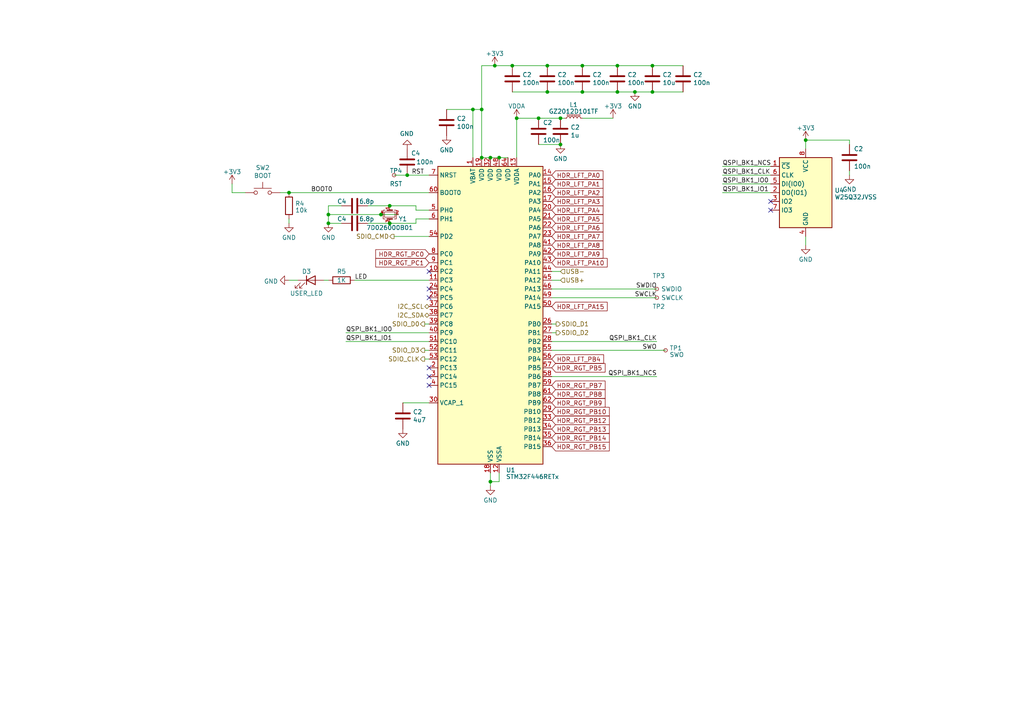
<source format=kicad_sch>
(kicad_sch (version 20230121) (generator eeschema)
  (paper "A4")
  (lib_symbols
    (symbol "Connector:TestPoint_Small" (pin_numbers hide) (pin_names (offset 0.762) hide)
      (property "Reference" "TP" (at 0 3.81 0))
      (property "Value" "TestPoint_Small" (at 0 2.032 0))
      (symbol "TestPoint_Small_0_1"
        (circle (center 0 0) (radius 0.508))
      )
      (symbol "TestPoint_Small_1_1"
        (pin passive line (at 0 0 90) (length 0) (name "1") (number "1"))
      )
    )
    (symbol "Device:C" (pin_numbers hide) (pin_names (offset 0.254))
      (property "Reference" "C" (at 0.635 2.54 0))
      (property "Value" "C" (at 0.635 -2.54 0))
      (symbol "C_0_1"
        (polyline (pts (xy -2.032 -0.762) (xy 2.032 -0.762)) (stroke (width 0.508)))
        (polyline (pts (xy -2.032 0.762) (xy 2.032 0.762)) (stroke (width 0.508)))
      )
      (symbol "C_1_1"
        (pin passive line (at 0 3.81 270) (length 2.794) (name "~") (number "1"))
        (pin passive line (at 0 -3.81 90) (length 2.794) (name "~") (number "2"))
      )
    )
    (symbol "Device:Crystal_GND24_Small" (pin_names (offset 1.016) hide)
      (property "Reference" "Y" (at 1.27 4.445 0))
      (property "Value" "Crystal_GND24_Small" (at 1.27 2.54 0))
      (symbol "Crystal_GND24_Small_0_1"
        (rectangle (start -0.762 -1.524) (end 0.762 1.524))
        (polyline (pts (xy -1.27 -0.762) (xy -1.27 0.762)) (stroke (width 0.381)))
        (polyline (pts (xy 1.27 -0.762) (xy 1.27 0.762)) (stroke (width 0.381)))
        (polyline (pts (xy -1.27 -1.27) (xy -1.27 -1.905) (xy 1.27 -1.905) (xy 1.27 -1.27)))
        (polyline (pts (xy -1.27 1.27) (xy -1.27 1.905) (xy 1.27 1.905) (xy 1.27 1.27)))
      )
      (symbol "Crystal_GND24_Small_1_1"
        (pin passive line (at -2.54 0 0) (length 1.27) (name "1") (number "1"))
        (pin passive line (at 0 -2.54 90) (length 0.635) (name "2") (number "2"))
        (pin passive line (at 2.54 0 180) (length 1.27) (name "3") (number "3"))
        (pin passive line (at 0 2.54 270) (length 0.635) (name "4") (number "4"))
      )
    )
    (symbol "Device:LED" (pin_numbers hide) (pin_names (offset 1.016) hide)
      (property "Reference" "D" (at 0 2.54 0))
      (property "Value" "LED" (at 0 -2.54 0))
      (symbol "LED_0_1"
        (polyline (pts (xy -1.27 -1.27) (xy -1.27 1.27)) (stroke (width 0.254)))
        (polyline (pts (xy -1.27 0) (xy 1.27 0)))
        (polyline (pts (xy 1.27 -1.27) (xy 1.27 1.27) (xy -1.27 0) (xy 1.27 -1.27)) (stroke (width 0.254)))
        (polyline (pts (xy -3.048 -0.762) (xy -4.572 -2.286) (xy -3.81 -2.286) (xy -4.572 -2.286) (xy -4.572 -1.524)))
        (polyline (pts (xy -1.778 -0.762) (xy -3.302 -2.286) (xy -2.54 -2.286) (xy -3.302 -2.286) (xy -3.302 -1.524)))
      )
      (symbol "LED_1_1"
        (pin passive line (at -3.81 0 0) (length 2.54) (name "K") (number "1"))
        (pin passive line (at 3.81 0 180) (length 2.54) (name "A") (number "2"))
      )
    )
    (symbol "Device:L_Ferrite_Small" (pin_numbers hide) (pin_names (offset 0.254) hide)
      (property "Reference" "L" (at 1.27 1.016 0))
      (property "Value" "L_Ferrite_Small" (at 1.27 -1.27 0))
      (symbol "L_Ferrite_Small_0_1"
        (arc (start 0 -2.032) (mid 0.5058 -1.524) (end 0 -1.016))
        (arc (start 0 -1.016) (mid 0.5058 -0.508) (end 0 0))
        (polyline (pts (xy 0.762 -1.905) (xy 0.762 -1.651)))
        (polyline (pts (xy 0.762 -1.397) (xy 0.762 -1.143)))
        (polyline (pts (xy 0.762 -0.889) (xy 0.762 -0.635)))
        (polyline (pts (xy 0.762 -0.381) (xy 0.762 -0.127)))
        (polyline (pts (xy 0.762 0.127) (xy 0.762 0.381)))
        (polyline (pts (xy 0.762 0.635) (xy 0.762 0.889)))
        (polyline (pts (xy 0.762 1.143) (xy 0.762 1.397)))
        (polyline (pts (xy 0.762 1.651) (xy 0.762 1.905)))
        (polyline (pts (xy 1.016 -1.651) (xy 1.016 -1.905)))
        (polyline (pts (xy 1.016 -1.143) (xy 1.016 -1.397)))
        (polyline (pts (xy 1.016 -0.635) (xy 1.016 -0.889)))
        (polyline (pts (xy 1.016 -0.127) (xy 1.016 -0.381)))
        (polyline (pts (xy 1.016 0.381) (xy 1.016 0.127)))
        (polyline (pts (xy 1.016 0.889) (xy 1.016 0.635)))
        (polyline (pts (xy 1.016 1.397) (xy 1.016 1.143)))
        (polyline (pts (xy 1.016 1.905) (xy 1.016 1.651)))
        (arc (start 0 0) (mid 0.5058 0.508) (end 0 1.016))
        (arc (start 0 1.016) (mid 0.5058 1.524) (end 0 2.032))
      )
      (symbol "L_Ferrite_Small_1_1"
        (pin passive line (at 0 2.54 270) (length 0.508) (name "~") (number "1"))
        (pin passive line (at 0 -2.54 90) (length 0.508) (name "~") (number "2"))
      )
    )
    (symbol "Device:R" (pin_numbers hide) (pin_names (offset 0))
      (property "Reference" "R" (at 2.032 0 90))
      (property "Value" "R" (at 0 0 90))
      (symbol "R_0_1"
        (rectangle (start -1.016 -2.54) (end 1.016 2.54) (stroke (width 0.254)))
      )
      (symbol "R_1_1"
        (pin passive line (at 0 3.81 270) (length 1.27) (name "~") (number "1"))
        (pin passive line (at 0 -3.81 90) (length 1.27) (name "~") (number "2"))
      )
    )
    (symbol "MCU_ST_STM32F4:STM32F446RETx"
      (property "Reference" "U" (at -15.24 44.45 0))
      (property "Value" "STM32F446RETx" (at 10.16 44.45 0))
      (symbol "STM32F446RETx_0_1"
        (rectangle (start -15.24 -43.18) (end 15.24 43.18) (stroke (width 0.254)) (fill (type background)))
      )
      (symbol "STM32F446RETx_1_1"
        (pin power_in line (at -5.08 45.72 270) (length 2.54) (name "VBAT") (number "1"))
        (pin bidirectional line (at -17.78 12.7 0) (length 2.54) (name "PC2") (number "10"))
        (pin bidirectional line (at -17.78 10.16 0) (length 2.54) (name "PC3") (number "11"))
        (pin power_in line (at 2.54 -45.72 90) (length 2.54) (name "VSSA") (number "12"))
        (pin power_in line (at 7.62 45.72 270) (length 2.54) (name "VDDA") (number "13"))
        (pin bidirectional line (at 17.78 40.64 180) (length 2.54) (name "PA0") (number "14"))
        (pin bidirectional line (at 17.78 38.1 180) (length 2.54) (name "PA1") (number "15"))
        (pin bidirectional line (at 17.78 35.56 180) (length 2.54) (name "PA2") (number "16"))
        (pin bidirectional line (at 17.78 33.02 180) (length 2.54) (name "PA3") (number "17"))
        (pin power_in line (at 0 -45.72 90) (length 2.54) (name "VSS") (number "18"))
        (pin power_in line (at -2.54 45.72 270) (length 2.54) (name "VDD") (number "19"))
        (pin bidirectional line (at -17.78 -15.24 0) (length 2.54) (name "PC13") (number "2"))
        (pin bidirectional line (at 17.78 30.48 180) (length 2.54) (name "PA4") (number "20"))
        (pin bidirectional line (at 17.78 27.94 180) (length 2.54) (name "PA5") (number "21"))
        (pin bidirectional line (at 17.78 25.4 180) (length 2.54) (name "PA6") (number "22"))
        (pin bidirectional line (at 17.78 22.86 180) (length 2.54) (name "PA7") (number "23"))
        (pin bidirectional line (at -17.78 7.62 0) (length 2.54) (name "PC4") (number "24"))
        (pin bidirectional line (at -17.78 5.08 0) (length 2.54) (name "PC5") (number "25"))
        (pin bidirectional line (at 17.78 -2.54 180) (length 2.54) (name "PB0") (number "26"))
        (pin bidirectional line (at 17.78 -5.08 180) (length 2.54) (name "PB1") (number "27"))
        (pin bidirectional line (at 17.78 -7.62 180) (length 2.54) (name "PB2") (number "28"))
        (pin bidirectional line (at 17.78 -27.94 180) (length 2.54) (name "PB10") (number "29"))
        (pin bidirectional line (at -17.78 -17.78 0) (length 2.54) (name "PC14") (number "3"))
        (pin power_out line (at -17.78 -25.4 0) (length 2.54) (name "VCAP_1") (number "30"))
        (pin passive line (at 0 -45.72 90) (length 2.54) hide (name "VSS") (number "31"))
        (pin power_in line (at 0 45.72 270) (length 2.54) (name "VDD") (number "32"))
        (pin bidirectional line (at 17.78 -30.48 180) (length 2.54) (name "PB12") (number "33"))
        (pin bidirectional line (at 17.78 -33.02 180) (length 2.54) (name "PB13") (number "34"))
        (pin bidirectional line (at 17.78 -35.56 180) (length 2.54) (name "PB14") (number "35"))
        (pin bidirectional line (at 17.78 -38.1 180) (length 2.54) (name "PB15") (number "36"))
        (pin bidirectional line (at -17.78 2.54 0) (length 2.54) (name "PC6") (number "37"))
        (pin bidirectional line (at -17.78 0 0) (length 2.54) (name "PC7") (number "38"))
        (pin bidirectional line (at -17.78 -2.54 0) (length 2.54) (name "PC8") (number "39"))
        (pin bidirectional line (at -17.78 -20.32 0) (length 2.54) (name "PC15") (number "4"))
        (pin bidirectional line (at -17.78 -5.08 0) (length 2.54) (name "PC9") (number "40"))
        (pin bidirectional line (at 17.78 20.32 180) (length 2.54) (name "PA8") (number "41"))
        (pin bidirectional line (at 17.78 17.78 180) (length 2.54) (name "PA9") (number "42"))
        (pin bidirectional line (at 17.78 15.24 180) (length 2.54) (name "PA10") (number "43"))
        (pin bidirectional line (at 17.78 12.7 180) (length 2.54) (name "PA11") (number "44"))
        (pin bidirectional line (at 17.78 10.16 180) (length 2.54) (name "PA12") (number "45"))
        (pin bidirectional line (at 17.78 7.62 180) (length 2.54) (name "PA13") (number "46"))
        (pin passive line (at 0 -45.72 90) (length 2.54) hide (name "VSS") (number "47"))
        (pin power_in line (at 2.54 45.72 270) (length 2.54) (name "VDD") (number "48"))
        (pin bidirectional line (at 17.78 5.08 180) (length 2.54) (name "PA14") (number "49"))
        (pin bidirectional line (at -17.78 30.48 0) (length 2.54) (name "PH0") (number "5"))
        (pin bidirectional line (at 17.78 2.54 180) (length 2.54) (name "PA15") (number "50"))
        (pin bidirectional line (at -17.78 -7.62 0) (length 2.54) (name "PC10") (number "51"))
        (pin bidirectional line (at -17.78 -10.16 0) (length 2.54) (name "PC11") (number "52"))
        (pin bidirectional line (at -17.78 -12.7 0) (length 2.54) (name "PC12") (number "53"))
        (pin bidirectional line (at -17.78 22.86 0) (length 2.54) (name "PD2") (number "54"))
        (pin bidirectional line (at 17.78 -10.16 180) (length 2.54) (name "PB3") (number "55"))
        (pin bidirectional line (at 17.78 -12.7 180) (length 2.54) (name "PB4") (number "56"))
        (pin bidirectional line (at 17.78 -15.24 180) (length 2.54) (name "PB5") (number "57"))
        (pin bidirectional line (at 17.78 -17.78 180) (length 2.54) (name "PB6") (number "58"))
        (pin bidirectional line (at 17.78 -20.32 180) (length 2.54) (name "PB7") (number "59"))
        (pin bidirectional line (at -17.78 27.94 0) (length 2.54) (name "PH1") (number "6"))
        (pin input line (at -17.78 35.56 0) (length 2.54) (name "BOOT0") (number "60"))
        (pin bidirectional line (at 17.78 -22.86 180) (length 2.54) (name "PB8") (number "61"))
        (pin bidirectional line (at 17.78 -25.4 180) (length 2.54) (name "PB9") (number "62"))
        (pin passive line (at 0 -45.72 90) (length 2.54) hide (name "VSS") (number "63"))
        (pin power_in line (at 5.08 45.72 270) (length 2.54) (name "VDD") (number "64"))
        (pin input line (at -17.78 40.64 0) (length 2.54) (name "NRST") (number "7"))
        (pin bidirectional line (at -17.78 17.78 0) (length 2.54) (name "PC0") (number "8"))
        (pin bidirectional line (at -17.78 15.24 0) (length 2.54) (name "PC1") (number "9"))
      )
    )
    (symbol "Memory_Flash:W25Q32JVSS"
      (property "Reference" "U" (at -6.35 11.43 0))
      (property "Value" "W25Q32JVSS" (at 7.62 11.43 0))
      (symbol "W25Q32JVSS_0_1"
        (rectangle (start -7.62 10.16) (end 7.62 -10.16) (stroke (width 0.254)) (fill (type background)))
      )
      (symbol "W25Q32JVSS_1_1"
        (pin input line (at -10.16 7.62 0) (length 2.54) (name "~{CS}") (number "1"))
        (pin bidirectional line (at -10.16 0 0) (length 2.54) (name "DO(IO1)") (number "2"))
        (pin bidirectional line (at -10.16 -2.54 0) (length 2.54) (name "IO2") (number "3"))
        (pin power_in line (at 0 -12.7 90) (length 2.54) (name "GND") (number "4"))
        (pin bidirectional line (at -10.16 2.54 0) (length 2.54) (name "DI(IO0)") (number "5"))
        (pin input line (at -10.16 5.08 0) (length 2.54) (name "CLK") (number "6"))
        (pin bidirectional line (at -10.16 -5.08 0) (length 2.54) (name "IO3") (number "7"))
        (pin power_in line (at 0 12.7 270) (length 2.54) (name "VCC") (number "8"))
      )
    )
    (symbol "Switch:SW_Push" (pin_numbers hide) (pin_names (offset 1.016) hide)
      (property "Reference" "SW" (at 1.27 2.54 0))
      (property "Value" "SW_Push" (at 0 -1.524 0))
      (symbol "SW_Push_0_1"
        (circle (center -2.032 0) (radius 0.508))
        (polyline (pts (xy 0 1.27) (xy 0 3.048)))
        (polyline (pts (xy 2.54 1.27) (xy -2.54 1.27)))
        (circle (center 2.032 0) (radius 0.508))
        (pin passive line (at -5.08 0 0) (length 2.54) (name "1") (number "1"))
        (pin passive line (at 5.08 0 180) (length 2.54) (name "2") (number "2"))
      )
    )
    (symbol "power:+3V3" (power) (pin_names (offset 0))
      (property "Value" "+3V3" (at 0 3.556 0))
      (symbol "+3V3_0_1"
        (polyline (pts (xy -0.762 1.27) (xy 0 2.54)))
        (polyline (pts (xy 0 0) (xy 0 2.54)))
        (polyline (pts (xy 0 2.54) (xy 0.762 1.27)))
      )
      (symbol "+3V3_1_1"
        (pin power_in line (at 0 0 90) (length 0) hide (name "+3V3") (number "1"))
      )
    )
    (symbol "power:GND" (power) (pin_names (offset 0))
      (property "Value" "GND" (at 0 -3.81 0))
      (symbol "GND_0_1"
        (polyline (pts (xy 0 0) (xy 0 -1.27) (xy 1.27 -1.27) (xy 0 -2.54) (xy -1.27 -1.27) (xy 0 -1.27)))
      )
      (symbol "GND_1_1"
        (pin power_in line (at 0 0 270) (length 0) hide (name "GND") (number "1"))
      )
    )
    (symbol "power:VDDA" (power) (pin_names (offset 0))
      (property "Value" "VDDA" (at 0 3.81 0))
      (symbol "VDDA_0_1"
        (polyline (pts (xy -0.762 1.27) (xy 0 2.54)))
        (polyline (pts (xy 0 0) (xy 0 2.54)))
        (polyline (pts (xy 0 2.54) (xy 0.762 1.27)))
      )
      (symbol "VDDA_1_1"
        (pin power_in line (at 0 0 90) (length 0) hide (name "VDDA") (number "1"))
      )
    )
  )
  (junction (at 113.03 59.69))
  (junction (at 179.07 19.05))
  (junction (at 149.86 34.29))
  (junction (at 179.07 26.67))
  (junction (at 143.51 19.05))
  (junction (at 189.23 19.05))
  (junction (at 95.25 64.77))
  (junction (at 189.23 26.67))
  (junction (at 184.15 26.67))
  (junction (at 139.7 45.72))
  (junction (at 168.91 19.05))
  (junction (at 144.78 45.72))
  (junction (at 113.03 64.77))
  (junction (at 168.91 26.67))
  (junction (at 95.25 62.23))
  (junction (at 83.82 55.88))
  (junction (at 158.75 26.67))
  (junction (at 158.75 19.05))
  (junction (at 156.21 34.29))
  (junction (at 118.11 50.8))
  (junction (at 162.56 41.91))
  (junction (at 233.68 40.64))
  (junction (at 110.49 62.23))
  (junction (at 142.24 45.72))
  (junction (at 137.16 31.75))
  (junction (at 162.56 34.29))
  (junction (at 139.7 31.75))
  (junction (at 142.24 139.7))
  (junction (at 148.59 19.05))
  (no_connect (at 124.46 111.76))
  (no_connect (at 124.46 83.82))
  (no_connect (at 124.46 106.68))
  (no_connect (at 124.46 109.22))
  (no_connect (at 223.52 58.42))
  (no_connect (at 124.46 86.36))
  (no_connect (at 124.46 78.74))
  (no_connect (at 223.52 60.96))
  (wire (pts (xy 233.68 68.58) (xy 233.68 71.12)))
  (wire (pts (xy 139.7 19.05) (xy 139.7 31.75)))
  (wire (pts (xy 246.38 49.53) (xy 246.38 50.8)))
  (wire (pts (xy 144.78 45.72) (xy 147.32 45.72)))
  (wire (pts (xy 124.46 60.96) (xy 120.65 60.96)))
  (wire (pts (xy 246.38 40.64) (xy 246.38 41.91)))
  (wire (pts (xy 161.29 93.98) (xy 160.02 93.98)))
  (wire (pts (xy 123.19 104.14) (xy 124.46 104.14)))
  (wire (pts (xy 160.02 109.22) (xy 190.5 109.22)))
  (wire (pts (xy 144.78 139.7) (xy 142.24 139.7)))
  (wire (pts (xy 106.68 59.69) (xy 113.03 59.69)))
  (wire (pts (xy 116.84 116.84) (xy 124.46 116.84)))
  (wire (pts (xy 110.49 62.23) (xy 115.57 62.23)))
  (wire (pts (xy 168.91 19.05) (xy 179.07 19.05)))
  (wire (pts (xy 120.65 59.69) (xy 113.03 59.69)))
  (wire (pts (xy 156.21 41.91) (xy 162.56 41.91)))
  (wire (pts (xy 160.02 81.28) (xy 162.56 81.28)))
  (wire (pts (xy 139.7 31.75) (xy 139.7 45.72)))
  (wire (pts (xy 71.12 55.88) (xy 67.31 55.88)))
  (wire (pts (xy 142.24 137.16) (xy 142.24 139.7)))
  (wire (pts (xy 189.23 19.05) (xy 198.12 19.05)))
  (wire (pts (xy 100.33 99.06) (xy 124.46 99.06)))
  (wire (pts (xy 114.3 50.8) (xy 118.11 50.8)))
  (wire (pts (xy 95.25 64.77) (xy 99.06 64.77)))
  (wire (pts (xy 158.75 19.05) (xy 168.91 19.05)))
  (wire (pts (xy 160.02 86.36) (xy 190.5 86.36)))
  (wire (pts (xy 93.98 81.28) (xy 95.25 81.28)))
  (wire (pts (xy 129.54 31.75) (xy 137.16 31.75)))
  (wire (pts (xy 143.51 19.05) (xy 139.7 19.05)))
  (wire (pts (xy 148.59 19.05) (xy 158.75 19.05)))
  (wire (pts (xy 160.02 99.06) (xy 190.5 99.06)))
  (wire (pts (xy 137.16 45.72) (xy 137.16 31.75)))
  (wire (pts (xy 148.59 19.05) (xy 143.51 19.05)))
  (wire (pts (xy 137.16 31.75) (xy 139.7 31.75)))
  (wire (pts (xy 179.07 26.67) (xy 184.15 26.67)))
  (wire (pts (xy 81.28 55.88) (xy 83.82 55.88)))
  (wire (pts (xy 149.86 45.72) (xy 149.86 34.29)))
  (wire (pts (xy 158.75 26.67) (xy 168.91 26.67)))
  (wire (pts (xy 124.46 63.5) (xy 120.65 63.5)))
  (wire (pts (xy 179.07 19.05) (xy 189.23 19.05)))
  (wire (pts (xy 95.25 62.23) (xy 95.25 64.77)))
  (wire (pts (xy 99.06 59.69) (xy 95.25 59.69)))
  (wire (pts (xy 209.55 55.88) (xy 223.52 55.88)))
  (wire (pts (xy 120.65 60.96) (xy 120.65 59.69)))
  (wire (pts (xy 189.23 26.67) (xy 184.15 26.67)))
  (wire (pts (xy 118.11 50.8) (xy 124.46 50.8)))
  (wire (pts (xy 102.87 81.28) (xy 124.46 81.28)))
  (wire (pts (xy 156.21 34.29) (xy 162.56 34.29)))
  (wire (pts (xy 161.29 96.52) (xy 160.02 96.52)))
  (wire (pts (xy 100.33 96.52) (xy 124.46 96.52)))
  (wire (pts (xy 189.23 26.67) (xy 198.12 26.67)))
  (wire (pts (xy 142.24 139.7) (xy 142.24 140.97)))
  (wire (pts (xy 139.7 45.72) (xy 142.24 45.72)))
  (wire (pts (xy 148.59 26.67) (xy 158.75 26.67)))
  (wire (pts (xy 168.91 34.29) (xy 177.8 34.29)))
  (wire (pts (xy 233.68 43.18) (xy 233.68 40.64)))
  (wire (pts (xy 233.68 40.64) (xy 246.38 40.64)))
  (wire (pts (xy 162.56 34.29) (xy 163.83 34.29)))
  (wire (pts (xy 209.55 53.34) (xy 223.52 53.34)))
  (wire (pts (xy 106.68 64.77) (xy 113.03 64.77)))
  (wire (pts (xy 160.02 101.6) (xy 193.04 101.6)))
  (wire (pts (xy 95.25 59.69) (xy 95.25 62.23)))
  (wire (pts (xy 83.82 81.28) (xy 86.36 81.28)))
  (wire (pts (xy 149.86 34.29) (xy 156.21 34.29)))
  (wire (pts (xy 114.3 68.58) (xy 124.46 68.58)))
  (wire (pts (xy 83.82 55.88) (xy 124.46 55.88)))
  (wire (pts (xy 120.65 63.5) (xy 120.65 64.77)))
  (wire (pts (xy 209.55 50.8) (xy 223.52 50.8)))
  (wire (pts (xy 144.78 137.16) (xy 144.78 139.7)))
  (wire (pts (xy 123.19 93.98) (xy 124.46 93.98)))
  (wire (pts (xy 160.02 78.74) (xy 162.56 78.74)))
  (wire (pts (xy 120.65 64.77) (xy 113.03 64.77)))
  (wire (pts (xy 168.91 26.67) (xy 179.07 26.67)))
  (wire (pts (xy 209.55 48.26) (xy 223.52 48.26)))
  (wire (pts (xy 123.19 101.6) (xy 124.46 101.6)))
  (wire (pts (xy 160.02 83.82) (xy 190.5 83.82)))
  (wire (pts (xy 67.31 53.34) (xy 67.31 55.88)))
  (wire (pts (xy 83.82 63.5) (xy 83.82 64.77)))
  (wire (pts (xy 95.25 62.23) (xy 110.49 62.23)))
  (wire (pts (xy 142.24 45.72) (xy 144.78 45.72)))
  (label "RST" (at 119.38 50.8 0))
  (label "QSPI_BK1_CLK" (at 209.55 50.8 0))
  (label "SWCLK" (at 190.5 86.36 180))
  (label "LED" (at 102.87 81.28 0))
  (label "QSPI_BK1_IO1" (at 209.55 55.88 0))
  (label "QSPI_BK1_NCS" (at 209.55 48.26 0))
  (label "QSPI_BK1_IO0" (at 209.55 53.34 0))
  (label "QSPI_BK1_CLK" (at 190.5 99.06 180))
  (label "QSPI_BK1_IO0" (at 100.33 96.52 0))
  (label "SWDIO" (at 190.5 83.82 180))
  (label "QSPI_BK1_NCS" (at 190.5 109.22 180))
  (label "BOOT0" (at 90.17 55.88 0))
  (label "SWO" (at 190.5 101.6 180))
  (label "QSPI_BK1_IO1" (at 100.33 99.06 0))
  (global_label "HDR_LFT_PA0" (shape input) (at 160.02 50.8 0) (property "Intersheetrefs" "${INTERSHEET_REFS}" (effects hide)))
  (global_label "HDR_LFT_PA15" (shape input) (at 160.02 88.9 0) (property "Intersheetrefs" "${INTERSHEET_REFS}" (effects hide)))
  (global_label "HDR_LFT_PB4" (shape input) (at 160.02 104.14 0) (property "Intersheetrefs" "${INTERSHEET_REFS}" (effects hide)))
  (global_label "HDR_RGT_PB14" (shape input) (at 160.02 127 0) (property "Intersheetrefs" "${INTERSHEET_REFS}" (effects hide)))
  (global_label "HDR_RGT_PC1" (shape input) (at 124.46 76.2 180) (property "Intersheetrefs" "${INTERSHEET_REFS}" (effects hide)))
  (global_label "HDR_LFT_PA2" (shape input) (at 160.02 55.88 0) (property "Intersheetrefs" "${INTERSHEET_REFS}" (effects hide)))
  (global_label "HDR_RGT_PB7" (shape input) (at 160.02 111.76 0) (property "Intersheetrefs" "${INTERSHEET_REFS}" (effects hide)))
  (global_label "HDR_RGT_PB15" (shape input) (at 160.02 129.54 0) (property "Intersheetrefs" "${INTERSHEET_REFS}" (effects hide)))
  (global_label "HDR_RGT_PB12" (shape input) (at 160.02 121.92 0) (property "Intersheetrefs" "${INTERSHEET_REFS}" (effects hide)))
  (global_label "HDR_LFT_PA8" (shape input) (at 160.02 71.12 0) (property "Intersheetrefs" "${INTERSHEET_REFS}" (effects hide)))
  (global_label "HDR_RGT_PB10" (shape input) (at 160.02 119.38 0) (property "Intersheetrefs" "${INTERSHEET_REFS}" (effects hide)))
  (global_label "HDR_LFT_PA4" (shape input) (at 160.02 60.96 0) (property "Intersheetrefs" "${INTERSHEET_REFS}" (effects hide)))
  (global_label "HDR_RGT_PB5" (shape input) (at 160.02 106.68 0) (property "Intersheetrefs" "${INTERSHEET_REFS}" (effects hide)))
  (global_label "HDR_LFT_PA5" (shape input) (at 160.02 63.5 0) (property "Intersheetrefs" "${INTERSHEET_REFS}" (effects hide)))
  (global_label "HDR_LFT_PA6" (shape input) (at 160.02 66.04 0) (property "Intersheetrefs" "${INTERSHEET_REFS}" (effects hide)))
  (global_label "HDR_LFT_PA9" (shape input) (at 160.02 73.66 0) (property "Intersheetrefs" "${INTERSHEET_REFS}" (effects hide)))
  (global_label "HDR_RGT_PB13" (shape input) (at 160.02 124.46 0) (property "Intersheetrefs" "${INTERSHEET_REFS}" (effects hide)))
  (global_label "HDR_RGT_PC0" (shape input) (at 124.46 73.66 180) (property "Intersheetrefs" "${INTERSHEET_REFS}" (effects hide)))
  (global_label "HDR_RGT_PB9" (shape input) (at 160.02 116.84 0) (property "Intersheetrefs" "${INTERSHEET_REFS}" (effects hide)))
  (global_label "HDR_LFT_PA1" (shape input) (at 160.02 53.34 0) (property "Intersheetrefs" "${INTERSHEET_REFS}" (effects hide)))
  (global_label "HDR_LFT_PA7" (shape input) (at 160.02 68.58 0) (property "Intersheetrefs" "${INTERSHEET_REFS}" (effects hide)))
  (global_label "HDR_LFT_PA10" (shape input) (at 160.02 76.2 0) (property "Intersheetrefs" "${INTERSHEET_REFS}" (effects hide)))
  (global_label "HDR_LFT_PA3" (shape input) (at 160.02 58.42 0) (property "Intersheetrefs" "${INTERSHEET_REFS}" (effects hide)))
  (global_label "HDR_RGT_PB8" (shape input) (at 160.02 114.3 0) (property "Intersheetrefs" "${INTERSHEET_REFS}" (effects hide)))
  (hierarchical_label "SDIO_CLK" (shape output) (at 123.19 104.14 180))
  (hierarchical_label "USB-" (shape input) (at 162.56 78.74 0))
  (hierarchical_label "SDIO_D3" (shape output) (at 123.19 101.6 180))
  (hierarchical_label "SDIO_CMD" (shape output) (at 114.3 68.58 180))
  (hierarchical_label "SDIO_D1" (shape output) (at 161.29 93.98 0))
  (hierarchical_label "I2C_SCL" (shape bidirectional) (at 124.46 88.9 180))
  (hierarchical_label "I2C_SDA" (shape bidirectional) (at 124.46 91.44 180))
  (hierarchical_label "USB+" (shape input) (at 162.56 81.28 0))
  (hierarchical_label "SDIO_D2" (shape output) (at 161.29 96.52 0))
  (hierarchical_label "SDIO_D0" (shape output) (at 123.19 93.98 180))
  (symbol (lib_id "power:+3V3") (at 233.68 40.64 0) (unit 1)
    (property "Reference" "#PWR026" (effects hide))
    (property "Value" "+3V3" (at 233.68 37.1381 0))
  )
  (symbol (lib_id "power:GND") (at 246.38 50.8 0) (unit 1)
    (property "Reference" "#PWR025" (effects hide))
    (property "Value" "GND" (at 246.38 54.9355 0))
  )
  (symbol (lib_id "power:GND") (at 116.84 124.46 0) (unit 1)
    (property "Reference" "#PWR015" (effects hide))
    (property "Value" "GND" (at 116.84 128.5955 0))
  )
  (symbol (lib_id "MCU_ST_STM32F4:STM32F446RETx") (at 142.24 91.44 0) (unit 1)
    (property "Reference" "U1" (at 146.7359 136.3425 0) (effects (justify left)))
    (property "Value" "STM32F446RETx" (at 146.7359 138.2635 0) (effects (justify left)))
    (property "Footprint" "Package_QFP:LQFP-64_10x10mm_P0.5mm" (effects hide))
    (property "Datasheet" "https://www.st.com/resource/en/datasheet/stm32f446re.pdf" (effects hide))
  )
  (symbol (lib_id "Device:C") (at 129.54 35.56 0) (unit 1)
    (property "Reference" "C2" (at 132.461 34.3916 0) (effects (justify left)))
    (property "Value" "100n" (at 132.461 36.703 0) (effects (justify left)))
    (property "Footprint" "Capacitor_SMD:C_0603_1608Metric" (effects hide))
    (instances (project "Roboty_rev1" (path "" (reference "C2") (unit 1)) (path "" (reference "C12") (unit 1))) (project "PCB_Lidar" (path "" (reference "C6") (unit 1))))
  )
  (symbol (lib_id "Device:L_Ferrite_Small") (at 166.37 34.29 90) (unit 1)
    (property "Reference" "L1" (at 166.37 30.3911 90))
    (property "Value" "GZ2012D101TF" (at 166.37 32.3121 90))
    (property "Footprint" "Inductor_SMD:L_0805_2012Metric" (effects hide))
    (instances (project "Roboty_rev1" (path "" (reference "L1") (unit 1)) (path "" (reference "L2") (unit 1))))
  )
  (symbol (lib_id "power:GND") (at 162.56 41.91 0) (unit 1)
    (property "Reference" "#PWR014" (effects hide))
    (property "Value" "GND" (at 162.56 46.0455 0))
  )
  (symbol (lib_id "Device:LED") (at 90.17 81.28 0) (unit 1)
    (property "Reference" "D3" (at 88.9 78.74 0))
    (property "Value" "USER_LED" (at 88.9 85.09 0))
    (property "Footprint" "LED_SMD:LED_0603_1608Metric" (effects hide))
  )
  (symbol (lib_id "power:+3V3") (at 177.8 34.29 0) (unit 1)
    (property "Reference" "#PWR012" (effects hide))
    (property "Value" "+3V3" (at 177.8 30.7881 0))
  )
  (symbol (lib_id "Memory_Flash:W25Q32JVSS") (at 233.68 55.88 0) (unit 1)
    (property "Reference" "U4" (at 242.062 55.2363 0) (effects (justify left)))
    (property "Value" "W25Q32JVSS" (at 242.062 57.1573 0) (effects (justify left)))
    (property "Footprint" "Package_SO:SOIC-8_5.23x5.23mm_P1.27mm" (effects hide))
    (property "Datasheet" "http://www.winbond.com/resource-files/w25q32jv%20revg%2003272018%20plus.pdf" (effects hide))
  )
  (symbol (lib_id "Device:C") (at 118.11 46.99 180) (unit 1)
    (property "Reference" "C4" (at 121.92 44.45 0) (effects (justify left)))
    (property "Value" "100n" (at 125.73 46.99 0) (effects (justify left)))
    (property "Footprint" "Capacitor_SMD:C_0603_1608Metric" (effects hide))
    (instances (project "PCB_dev_stm32f302" (path "" (reference "C4") (unit 1))) (project "Roboty_rev1" (path "" (reference "C16") (unit 1))))
  )
  (symbol (lib_id "Device:C") (at 102.87 64.77 270) (unit 1)
    (property "Reference" "C4" (at 97.79 63.5 90) (effects (justify left)))
    (property "Value" "6.8p" (at 104.14 63.5 90) (effects (justify left)))
    (property "Footprint" "Capacitor_SMD:C_0603_1608Metric" (effects hide))
    (instances (project "PCB_dev_stm32f302" (path "" (reference "C4") (unit 1))) (project "Roboty_rev1" (path "" (reference "C18") (unit 1))))
  )
  (symbol (lib_id "power:+3V3") (at 143.51 19.05 0) (unit 1)
    (property "Reference" "#PWR03" (effects hide))
    (property "Value" "+3V3" (at 143.51 15.5481 0))
  )
  (symbol (lib_id "power:GND") (at 83.82 81.28 270) (unit 1)
    (property "Reference" "#PWR034" (effects hide))
    (property "Value" "GND" (at 80.6451 81.5968 90) (effects (justify right)))
  )
  (symbol (lib_id "power:GND") (at 184.15 26.67 0) (unit 1)
    (property "Reference" "#PWR010" (effects hide))
    (property "Value" "GND" (at 184.15 30.8055 0))
  )
  (symbol (lib_id "Device:C") (at 158.75 22.86 0) (unit 1)
    (property "Reference" "C2" (at 161.671 21.6916 0) (effects (justify left)))
    (property "Value" "100n" (at 161.671 24.003 0) (effects (justify left)))
    (property "Footprint" "Capacitor_SMD:C_0603_1608Metric" (effects hide))
    (instances (project "Roboty_rev1" (path "" (reference "C2") (unit 1)) (path "" (reference "C8") (unit 1))) (project "PCB_Lidar" (path "" (reference "C6") (unit 1))))
  )
  (symbol (lib_id "power:GND") (at 129.54 39.37 0) (unit 1)
    (property "Reference" "#PWR011" (effects hide))
    (property "Value" "GND" (at 129.54 43.5055 0))
  )
  (symbol (lib_id "Device:C") (at 116.84 120.65 0) (unit 1)
    (property "Reference" "C2" (at 119.761 119.4816 0) (effects (justify left)))
    (property "Value" "4u7" (at 119.761 121.793 0) (effects (justify left)))
    (property "Footprint" "Capacitor_SMD:C_0603_1608Metric" (effects hide))
    (instances (project "Roboty_rev1" (path "" (reference "C2") (unit 1)) (path "" (reference "C15") (unit 1))) (project "PCB_Lidar" (path "" (reference "C6") (unit 1))))
  )
  (symbol (lib_id "Device:C") (at 156.21 38.1 0) (unit 1)
    (property "Reference" "C2" (at 157.48 35.56 0) (effects (justify left)))
    (property "Value" "100n" (at 157.48 40.64 0) (effects (justify left)))
    (property "Footprint" "Capacitor_SMD:C_0603_1608Metric" (effects hide))
    (instances (project "Roboty_rev1" (path "" (reference "C2") (unit 1)) (path "" (reference "C13") (unit 1))) (project "PCB_Lidar" (path "" (reference "C6") (unit 1))))
  )
  (symbol (lib_id "power:GND") (at 142.24 140.97 0) (unit 1)
    (property "Reference" "#PWR016" (effects hide))
    (property "Value" "GND" (at 142.24 145.1055 0))
  )
  (symbol (lib_id "Connector:TestPoint_Small") (at 190.5 86.36 0) (unit 1)
    (property "Reference" "TP2" (at 189.23 88.9 0) (effects (justify left)))
    (property "Value" "SWCLK" (at 191.77 86.36 0) (effects (justify left)))
    (property "Footprint" "TestPoint:TestPoint_Pad_D1.0mm" (effects hide))
  )
  (symbol (lib_id "Device:C") (at 179.07 22.86 0) (unit 1)
    (property "Reference" "C2" (at 181.991 21.6916 0) (effects (justify left)))
    (property "Value" "100n" (at 181.991 24.003 0) (effects (justify left)))
    (property "Footprint" "Capacitor_SMD:C_0603_1608Metric" (effects hide))
    (instances (project "Roboty_rev1" (path "" (reference "C2") (unit 1)) (path "" (reference "C10") (unit 1))) (project "PCB_Lidar" (path "" (reference "C6") (unit 1))))
  )
  (symbol (lib_id "Device:C") (at 168.91 22.86 0) (unit 1)
    (property "Reference" "C2" (at 171.831 21.6916 0) (effects (justify left)))
    (property "Value" "100n" (at 171.831 24.003 0) (effects (justify left)))
    (property "Footprint" "Capacitor_SMD:C_0603_1608Metric" (effects hide))
    (instances (project "Roboty_rev1" (path "" (reference "C2") (unit 1)) (path "" (reference "C9") (unit 1))) (project "PCB_Lidar" (path "" (reference "C6") (unit 1))))
  )
  (symbol (lib_id "Device:C") (at 246.38 45.72 0) (unit 1)
    (property "Reference" "C2" (at 247.65 43.18 0) (effects (justify left)))
    (property "Value" "100n" (at 247.65 48.26 0) (effects (justify left)))
    (property "Footprint" "Capacitor_SMD:C_0603_1608Metric" (effects hide))
    (instances (project "Roboty_rev1" (path "" (reference "C2") (unit 1)) (path "" (reference "C19") (unit 1))) (project "PCB_Lidar" (path "" (reference "C6") (unit 1))))
  )
  (symbol (lib_id "Device:C") (at 162.56 38.1 0) (unit 1)
    (property "Reference" "C2" (at 165.481 36.9316 0) (effects (justify left)))
    (property "Value" "1u" (at 165.481 39.243 0) (effects (justify left)))
    (property "Footprint" "Capacitor_SMD:C_0603_1608Metric" (effects hide))
    (instances (project "Roboty_rev1" (path "" (reference "C2") (unit 1)) (path "" (reference "C14") (unit 1))) (project "PCB_Lidar" (path "" (reference "C6") (unit 1))))
  )
  (symbol (lib_id "Switch:SW_Push") (at 76.2 55.88 0) (unit 1)
    (property "Reference" "SW2" (at 76.2 48.641 0))
    (property "Value" "BOOT" (at 76.2 50.9524 0))
    (property "Footprint" "Button_Switch_SMD:SW_SPST_B3U-1000P" (effects hide))
  )
  (symbol (lib_id "Connector:TestPoint_Small") (at 193.04 101.6 0) (unit 1)
    (property "Reference" "TP1" (at 194.183 100.9563 0) (effects (justify left)))
    (property "Value" "SWO" (at 194.183 102.8773 0) (effects (justify left)))
    (property "Footprint" "TestPoint:TestPoint_Pad_D1.0mm" (effects hide))
  )
  (symbol (lib_id "Device:Crystal_GND24_Small") (at 113.03 62.23 90) (mirror x) (unit 1)
    (property "Reference" "Y1" (at 116.84 63.5 90))
    (property "Value" "7D026000B01" (at 113.03 66.04 90))
    (property "Footprint" "Crystal:Crystal_SMD_2016-4Pin_2.0x1.6mm" (effects hide))
  )
  (symbol (lib_id "Device:R") (at 99.06 81.28 90) (unit 1)
    (property "Reference" "R5" (at 99.06 78.74 90))
    (property "Value" "1K" (at 99.06 81.28 90))
    (property "Footprint" "Resistor_SMD:R_0603_1608Metric" (effects hide))
  )
  (symbol (lib_id "power:+3V3") (at 67.31 53.34 0) (unit 1)
    (property "Reference" "#PWR019" (effects hide))
    (property "Value" "+3V3" (at 67.31 49.8381 0))
  )
  (symbol (lib_id "Device:C") (at 102.87 59.69 270) (unit 1)
    (property "Reference" "C4" (at 97.79 58.42 90) (effects (justify left)))
    (property "Value" "6.8p" (at 104.14 58.42 90) (effects (justify left)))
    (property "Footprint" "Capacitor_SMD:C_0603_1608Metric" (effects hide))
    (instances (project "PCB_dev_stm32f302" (path "" (reference "C4") (unit 1))) (project "Roboty_rev1" (path "" (reference "C17") (unit 1))))
  )
  (symbol (lib_id "Connector:TestPoint_Small") (at 114.3 50.8 0) (unit 1)
    (property "Reference" "TP4" (at 113.03 49.53 0) (effects (justify left)))
    (property "Value" "RST" (at 113.03 53.34 0) (effects (justify left)))
    (property "Footprint" "TestPoint:TestPoint_Pad_D1.0mm" (effects hide))
  )
  (symbol (lib_id "power:GND") (at 233.68 71.12 0) (unit 1)
    (property "Reference" "#PWR024" (effects hide))
    (property "Value" "GND" (at 233.68 75.2555 0))
  )
  (symbol (lib_id "Device:C") (at 198.12 22.86 0) (unit 1)
    (property "Reference" "C2" (at 201.041 21.6916 0) (effects (justify left)))
    (property "Value" "100n" (at 201.041 24.003 0) (effects (justify left)))
    (property "Footprint" "Capacitor_SMD:C_0603_1608Metric" (effects hide))
    (instances (project "Roboty_rev1" (path "" (reference "C2") (unit 1)) (path "" (reference "C3") (unit 1))) (project "PCB_Lidar" (path "" (reference "C6") (unit 1))))
  )
  (symbol (lib_id "Device:C") (at 148.59 22.86 0) (unit 1)
    (property "Reference" "C2" (at 151.511 21.6916 0) (effects (justify left)))
    (property "Value" "100n" (at 151.511 24.003 0) (effects (justify left)))
    (property "Footprint" "Capacitor_SMD:C_0603_1608Metric" (effects hide))
    (instances (project "Roboty_rev1" (path "" (reference "C2") (unit 1)) (path "" (reference "C7") (unit 1))) (project "PCB_Lidar" (path "" (reference "C6") (unit 1))))
  )
  (symbol (lib_id "power:GND") (at 95.25 64.77 0) (unit 1)
    (property "Reference" "#PWR021" (effects hide))
    (property "Value" "GND" (at 95.25 68.9055 0))
  )
  (symbol (lib_id "Device:C") (at 189.23 22.86 0) (unit 1)
    (property "Reference" "C2" (at 192.151 21.6916 0) (effects (justify left)))
    (property "Value" "10u" (at 192.151 24.003 0) (effects (justify left)))
    (property "Footprint" "Capacitor_SMD:C_0603_1608Metric" (effects hide))
    (instances (project "Roboty_rev1" (path "" (reference "C2") (unit 1)) (path "" (reference "C11") (unit 1))) (project "PCB_Lidar" (path "" (reference "C6") (unit 1))))
  )
  (symbol (lib_id "power:VDDA") (at 149.86 34.29 0) (unit 1)
    (property "Reference" "#PWR013" (effects hide))
    (property "Value" "VDDA" (at 149.86 30.7881 0))
  )
  (symbol (lib_id "power:GND") (at 118.11 43.18 180) (unit 1)
    (property "Reference" "#PWR010" (effects hide))
    (property "Value" "GND" (at 117.983 38.7858 0))
    (instances (project "PCB_dev_stm32f302" (path "" (reference "#PWR010") (unit 1))) (project "Roboty_rev1" (path "" (reference "#PWR018") (unit 1))))
  )
  (symbol (lib_id "Device:R") (at 83.82 59.69 0) (unit 1)
    (property "Reference" "R4" (at 85.598 59.0463 0) (effects (justify left)))
    (property "Value" "10k" (at 85.598 60.9673 0) (effects (justify left)))
    (property "Footprint" "Resistor_SMD:R_0603_1608Metric" (effects hide))
  )
  (symbol (lib_id "Connector:TestPoint_Small") (at 190.5 83.82 0) (unit 1)
    (property "Reference" "TP3" (at 189.23 80.01 0) (effects (justify left)))
    (property "Value" "SWDIO" (at 191.77 83.82 0) (effects (justify left)))
    (property "Footprint" "TestPoint:TestPoint_Pad_D1.0mm" (effects hide))
  )
  (symbol (lib_id "power:GND") (at 83.82 64.77 0) (unit 1)
    (property "Reference" "#PWR020" (effects hide))
    (property "Value" "GND" (at 83.82 68.9055 0))
  )
)
</source>
